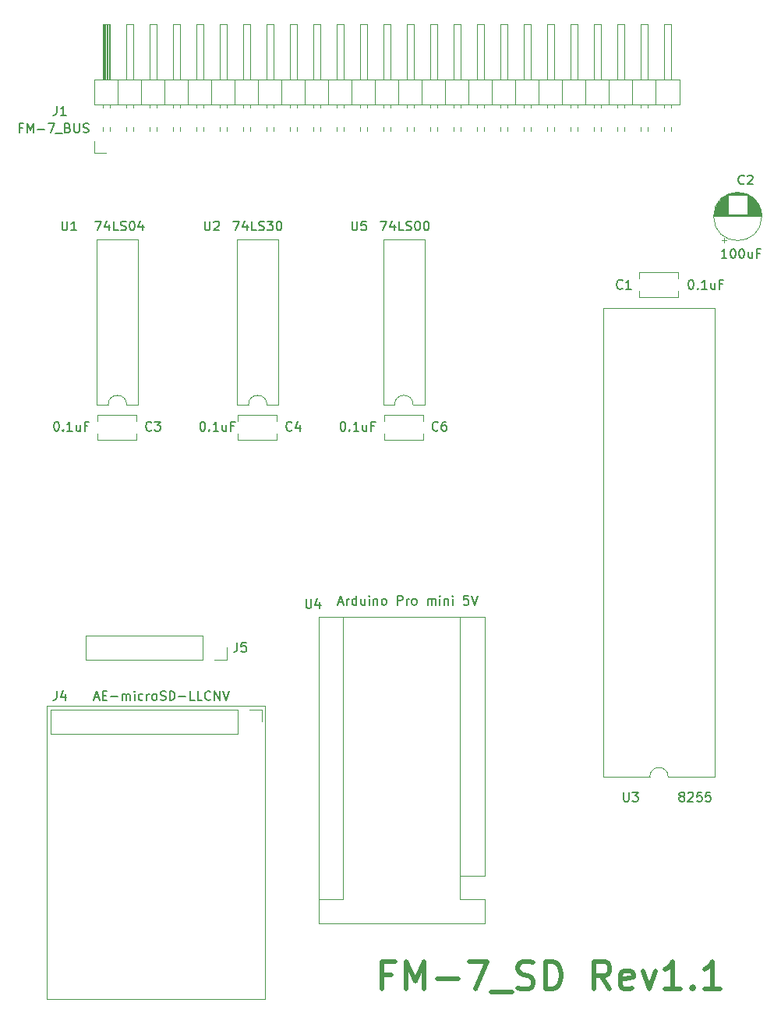
<source format=gto>
G04 #@! TF.GenerationSoftware,KiCad,Pcbnew,(5.1.9)-1*
G04 #@! TF.CreationDate,2023-01-17T23:10:39+09:00*
G04 #@! TF.ProjectId,FM-7_SD,464d2d37-5f53-4442-9e6b-696361645f70,rev?*
G04 #@! TF.SameCoordinates,PX53920b0PY93c3260*
G04 #@! TF.FileFunction,Legend,Top*
G04 #@! TF.FilePolarity,Positive*
%FSLAX46Y46*%
G04 Gerber Fmt 4.6, Leading zero omitted, Abs format (unit mm)*
G04 Created by KiCad (PCBNEW (5.1.9)-1) date 2023-01-17 23:10:39*
%MOMM*%
%LPD*%
G01*
G04 APERTURE LIST*
%ADD10C,0.500000*%
%ADD11C,0.150000*%
%ADD12C,0.120000*%
G04 APERTURE END LIST*
D10*
X50024285Y2754286D02*
X49024285Y2754286D01*
X49024285Y1182858D02*
X49024285Y4182858D01*
X50452857Y4182858D01*
X51595714Y1182858D02*
X51595714Y4182858D01*
X52595714Y2040000D01*
X53595714Y4182858D01*
X53595714Y1182858D01*
X55024285Y2325715D02*
X57310000Y2325715D01*
X58452857Y4182858D02*
X60452857Y4182858D01*
X59167142Y1182858D01*
X60881428Y897143D02*
X63167142Y897143D01*
X63738571Y1325715D02*
X64167142Y1182858D01*
X64881428Y1182858D01*
X65167142Y1325715D01*
X65310000Y1468572D01*
X65452857Y1754286D01*
X65452857Y2040000D01*
X65310000Y2325715D01*
X65167142Y2468572D01*
X64881428Y2611429D01*
X64310000Y2754286D01*
X64024285Y2897143D01*
X63881428Y3040000D01*
X63738571Y3325715D01*
X63738571Y3611429D01*
X63881428Y3897143D01*
X64024285Y4040000D01*
X64310000Y4182858D01*
X65024285Y4182858D01*
X65452857Y4040000D01*
X66738571Y1182858D02*
X66738571Y4182858D01*
X67452857Y4182858D01*
X67881428Y4040000D01*
X68167142Y3754286D01*
X68310000Y3468572D01*
X68452857Y2897143D01*
X68452857Y2468572D01*
X68310000Y1897143D01*
X68167142Y1611429D01*
X67881428Y1325715D01*
X67452857Y1182858D01*
X66738571Y1182858D01*
X73738571Y1182858D02*
X72738571Y2611429D01*
X72024285Y1182858D02*
X72024285Y4182858D01*
X73167142Y4182858D01*
X73452857Y4040000D01*
X73595714Y3897143D01*
X73738571Y3611429D01*
X73738571Y3182858D01*
X73595714Y2897143D01*
X73452857Y2754286D01*
X73167142Y2611429D01*
X72024285Y2611429D01*
X76167142Y1325715D02*
X75881428Y1182858D01*
X75310000Y1182858D01*
X75024285Y1325715D01*
X74881428Y1611429D01*
X74881428Y2754286D01*
X75024285Y3040000D01*
X75310000Y3182858D01*
X75881428Y3182858D01*
X76167142Y3040000D01*
X76310000Y2754286D01*
X76310000Y2468572D01*
X74881428Y2182858D01*
X77310000Y3182858D02*
X78024285Y1182858D01*
X78738571Y3182858D01*
X81452857Y1182858D02*
X79738571Y1182858D01*
X80595714Y1182858D02*
X80595714Y4182858D01*
X80310000Y3754286D01*
X80024285Y3468572D01*
X79738571Y3325715D01*
X82738571Y1468572D02*
X82881428Y1325715D01*
X82738571Y1182858D01*
X82595714Y1325715D01*
X82738571Y1468572D01*
X82738571Y1182858D01*
X85738571Y1182858D02*
X84024285Y1182858D01*
X84881428Y1182858D02*
X84881428Y4182858D01*
X84595714Y3754286D01*
X84310000Y3468572D01*
X84024285Y3325715D01*
D11*
X9930238Y94686429D02*
X9596904Y94686429D01*
X9596904Y94162620D02*
X9596904Y95162620D01*
X10073095Y95162620D01*
X10454047Y94162620D02*
X10454047Y95162620D01*
X10787380Y94448334D01*
X11120714Y95162620D01*
X11120714Y94162620D01*
X11596904Y94543572D02*
X12358809Y94543572D01*
X12739761Y95162620D02*
X13406428Y95162620D01*
X12977857Y94162620D01*
X13549285Y94067381D02*
X14311190Y94067381D01*
X14882619Y94686429D02*
X15025476Y94638810D01*
X15073095Y94591191D01*
X15120714Y94495953D01*
X15120714Y94353096D01*
X15073095Y94257858D01*
X15025476Y94210239D01*
X14930238Y94162620D01*
X14549285Y94162620D01*
X14549285Y95162620D01*
X14882619Y95162620D01*
X14977857Y95115000D01*
X15025476Y95067381D01*
X15073095Y94972143D01*
X15073095Y94876905D01*
X15025476Y94781667D01*
X14977857Y94734048D01*
X14882619Y94686429D01*
X14549285Y94686429D01*
X15549285Y95162620D02*
X15549285Y94353096D01*
X15596904Y94257858D01*
X15644523Y94210239D01*
X15739761Y94162620D01*
X15930238Y94162620D01*
X16025476Y94210239D01*
X16073095Y94257858D01*
X16120714Y94353096D01*
X16120714Y95162620D01*
X16549285Y94210239D02*
X16692142Y94162620D01*
X16930238Y94162620D01*
X17025476Y94210239D01*
X17073095Y94257858D01*
X17120714Y94353096D01*
X17120714Y94448334D01*
X17073095Y94543572D01*
X17025476Y94591191D01*
X16930238Y94638810D01*
X16739761Y94686429D01*
X16644523Y94734048D01*
X16596904Y94781667D01*
X16549285Y94876905D01*
X16549285Y94972143D01*
X16596904Y95067381D01*
X16644523Y95115000D01*
X16739761Y95162620D01*
X16977857Y95162620D01*
X17120714Y95115000D01*
X44280000Y43173334D02*
X44756190Y43173334D01*
X44184761Y42887620D02*
X44518095Y43887620D01*
X44851428Y42887620D01*
X45184761Y42887620D02*
X45184761Y43554286D01*
X45184761Y43363810D02*
X45232380Y43459048D01*
X45280000Y43506667D01*
X45375238Y43554286D01*
X45470476Y43554286D01*
X46232380Y42887620D02*
X46232380Y43887620D01*
X46232380Y42935239D02*
X46137142Y42887620D01*
X45946666Y42887620D01*
X45851428Y42935239D01*
X45803809Y42982858D01*
X45756190Y43078096D01*
X45756190Y43363810D01*
X45803809Y43459048D01*
X45851428Y43506667D01*
X45946666Y43554286D01*
X46137142Y43554286D01*
X46232380Y43506667D01*
X47137142Y43554286D02*
X47137142Y42887620D01*
X46708571Y43554286D02*
X46708571Y43030477D01*
X46756190Y42935239D01*
X46851428Y42887620D01*
X46994285Y42887620D01*
X47089523Y42935239D01*
X47137142Y42982858D01*
X47613333Y42887620D02*
X47613333Y43554286D01*
X47613333Y43887620D02*
X47565714Y43840000D01*
X47613333Y43792381D01*
X47660952Y43840000D01*
X47613333Y43887620D01*
X47613333Y43792381D01*
X48089523Y43554286D02*
X48089523Y42887620D01*
X48089523Y43459048D02*
X48137142Y43506667D01*
X48232380Y43554286D01*
X48375238Y43554286D01*
X48470476Y43506667D01*
X48518095Y43411429D01*
X48518095Y42887620D01*
X49137142Y42887620D02*
X49041904Y42935239D01*
X48994285Y42982858D01*
X48946666Y43078096D01*
X48946666Y43363810D01*
X48994285Y43459048D01*
X49041904Y43506667D01*
X49137142Y43554286D01*
X49280000Y43554286D01*
X49375238Y43506667D01*
X49422857Y43459048D01*
X49470476Y43363810D01*
X49470476Y43078096D01*
X49422857Y42982858D01*
X49375238Y42935239D01*
X49280000Y42887620D01*
X49137142Y42887620D01*
X50660952Y42887620D02*
X50660952Y43887620D01*
X51041904Y43887620D01*
X51137142Y43840000D01*
X51184761Y43792381D01*
X51232380Y43697143D01*
X51232380Y43554286D01*
X51184761Y43459048D01*
X51137142Y43411429D01*
X51041904Y43363810D01*
X50660952Y43363810D01*
X51660952Y42887620D02*
X51660952Y43554286D01*
X51660952Y43363810D02*
X51708571Y43459048D01*
X51756190Y43506667D01*
X51851428Y43554286D01*
X51946666Y43554286D01*
X52422857Y42887620D02*
X52327619Y42935239D01*
X52280000Y42982858D01*
X52232380Y43078096D01*
X52232380Y43363810D01*
X52280000Y43459048D01*
X52327619Y43506667D01*
X52422857Y43554286D01*
X52565714Y43554286D01*
X52660952Y43506667D01*
X52708571Y43459048D01*
X52756190Y43363810D01*
X52756190Y43078096D01*
X52708571Y42982858D01*
X52660952Y42935239D01*
X52565714Y42887620D01*
X52422857Y42887620D01*
X53946666Y42887620D02*
X53946666Y43554286D01*
X53946666Y43459048D02*
X53994285Y43506667D01*
X54089523Y43554286D01*
X54232380Y43554286D01*
X54327619Y43506667D01*
X54375238Y43411429D01*
X54375238Y42887620D01*
X54375238Y43411429D02*
X54422857Y43506667D01*
X54518095Y43554286D01*
X54660952Y43554286D01*
X54756190Y43506667D01*
X54803809Y43411429D01*
X54803809Y42887620D01*
X55280000Y42887620D02*
X55280000Y43554286D01*
X55280000Y43887620D02*
X55232380Y43840000D01*
X55280000Y43792381D01*
X55327619Y43840000D01*
X55280000Y43887620D01*
X55280000Y43792381D01*
X55756190Y43554286D02*
X55756190Y42887620D01*
X55756190Y43459048D02*
X55803809Y43506667D01*
X55899047Y43554286D01*
X56041904Y43554286D01*
X56137142Y43506667D01*
X56184761Y43411429D01*
X56184761Y42887620D01*
X56660952Y42887620D02*
X56660952Y43554286D01*
X56660952Y43887620D02*
X56613333Y43840000D01*
X56660952Y43792381D01*
X56708571Y43840000D01*
X56660952Y43887620D01*
X56660952Y43792381D01*
X58375238Y43887620D02*
X57899047Y43887620D01*
X57851428Y43411429D01*
X57899047Y43459048D01*
X57994285Y43506667D01*
X58232380Y43506667D01*
X58327619Y43459048D01*
X58375238Y43411429D01*
X58422857Y43316191D01*
X58422857Y43078096D01*
X58375238Y42982858D01*
X58327619Y42935239D01*
X58232380Y42887620D01*
X57994285Y42887620D01*
X57899047Y42935239D01*
X57851428Y42982858D01*
X58708571Y43887620D02*
X59041904Y42887620D01*
X59375238Y43887620D01*
X81476190Y22119048D02*
X81380952Y22166667D01*
X81333333Y22214286D01*
X81285714Y22309524D01*
X81285714Y22357143D01*
X81333333Y22452381D01*
X81380952Y22500000D01*
X81476190Y22547620D01*
X81666666Y22547620D01*
X81761904Y22500000D01*
X81809523Y22452381D01*
X81857142Y22357143D01*
X81857142Y22309524D01*
X81809523Y22214286D01*
X81761904Y22166667D01*
X81666666Y22119048D01*
X81476190Y22119048D01*
X81380952Y22071429D01*
X81333333Y22023810D01*
X81285714Y21928572D01*
X81285714Y21738096D01*
X81333333Y21642858D01*
X81380952Y21595239D01*
X81476190Y21547620D01*
X81666666Y21547620D01*
X81761904Y21595239D01*
X81809523Y21642858D01*
X81857142Y21738096D01*
X81857142Y21928572D01*
X81809523Y22023810D01*
X81761904Y22071429D01*
X81666666Y22119048D01*
X82238095Y22452381D02*
X82285714Y22500000D01*
X82380952Y22547620D01*
X82619047Y22547620D01*
X82714285Y22500000D01*
X82761904Y22452381D01*
X82809523Y22357143D01*
X82809523Y22261905D01*
X82761904Y22119048D01*
X82190476Y21547620D01*
X82809523Y21547620D01*
X83714285Y22547620D02*
X83238095Y22547620D01*
X83190476Y22071429D01*
X83238095Y22119048D01*
X83333333Y22166667D01*
X83571428Y22166667D01*
X83666666Y22119048D01*
X83714285Y22071429D01*
X83761904Y21976191D01*
X83761904Y21738096D01*
X83714285Y21642858D01*
X83666666Y21595239D01*
X83571428Y21547620D01*
X83333333Y21547620D01*
X83238095Y21595239D01*
X83190476Y21642858D01*
X84666666Y22547620D02*
X84190476Y22547620D01*
X84142857Y22071429D01*
X84190476Y22119048D01*
X84285714Y22166667D01*
X84523809Y22166667D01*
X84619047Y22119048D01*
X84666666Y22071429D01*
X84714285Y21976191D01*
X84714285Y21738096D01*
X84666666Y21642858D01*
X84619047Y21595239D01*
X84523809Y21547620D01*
X84285714Y21547620D01*
X84190476Y21595239D01*
X84142857Y21642858D01*
X86452380Y80547620D02*
X85880952Y80547620D01*
X86166666Y80547620D02*
X86166666Y81547620D01*
X86071428Y81404762D01*
X85976190Y81309524D01*
X85880952Y81261905D01*
X87071428Y81547620D02*
X87166666Y81547620D01*
X87261904Y81500000D01*
X87309523Y81452381D01*
X87357142Y81357143D01*
X87404761Y81166667D01*
X87404761Y80928572D01*
X87357142Y80738096D01*
X87309523Y80642858D01*
X87261904Y80595239D01*
X87166666Y80547620D01*
X87071428Y80547620D01*
X86976190Y80595239D01*
X86928571Y80642858D01*
X86880952Y80738096D01*
X86833333Y80928572D01*
X86833333Y81166667D01*
X86880952Y81357143D01*
X86928571Y81452381D01*
X86976190Y81500000D01*
X87071428Y81547620D01*
X88023809Y81547620D02*
X88119047Y81547620D01*
X88214285Y81500000D01*
X88261904Y81452381D01*
X88309523Y81357143D01*
X88357142Y81166667D01*
X88357142Y80928572D01*
X88309523Y80738096D01*
X88261904Y80642858D01*
X88214285Y80595239D01*
X88119047Y80547620D01*
X88023809Y80547620D01*
X87928571Y80595239D01*
X87880952Y80642858D01*
X87833333Y80738096D01*
X87785714Y80928572D01*
X87785714Y81166667D01*
X87833333Y81357143D01*
X87880952Y81452381D01*
X87928571Y81500000D01*
X88023809Y81547620D01*
X89214285Y81214286D02*
X89214285Y80547620D01*
X88785714Y81214286D02*
X88785714Y80690477D01*
X88833333Y80595239D01*
X88928571Y80547620D01*
X89071428Y80547620D01*
X89166666Y80595239D01*
X89214285Y80642858D01*
X90023809Y81071429D02*
X89690476Y81071429D01*
X89690476Y80547620D02*
X89690476Y81547620D01*
X90166666Y81547620D01*
X82522142Y78177620D02*
X82617380Y78177620D01*
X82712619Y78130000D01*
X82760238Y78082381D01*
X82807857Y77987143D01*
X82855476Y77796667D01*
X82855476Y77558572D01*
X82807857Y77368096D01*
X82760238Y77272858D01*
X82712619Y77225239D01*
X82617380Y77177620D01*
X82522142Y77177620D01*
X82426904Y77225239D01*
X82379285Y77272858D01*
X82331666Y77368096D01*
X82284047Y77558572D01*
X82284047Y77796667D01*
X82331666Y77987143D01*
X82379285Y78082381D01*
X82426904Y78130000D01*
X82522142Y78177620D01*
X83284047Y77272858D02*
X83331666Y77225239D01*
X83284047Y77177620D01*
X83236428Y77225239D01*
X83284047Y77272858D01*
X83284047Y77177620D01*
X84284047Y77177620D02*
X83712619Y77177620D01*
X83998333Y77177620D02*
X83998333Y78177620D01*
X83903095Y78034762D01*
X83807857Y77939524D01*
X83712619Y77891905D01*
X85141190Y77844286D02*
X85141190Y77177620D01*
X84712619Y77844286D02*
X84712619Y77320477D01*
X84760238Y77225239D01*
X84855476Y77177620D01*
X84998333Y77177620D01*
X85093571Y77225239D01*
X85141190Y77272858D01*
X85950714Y77701429D02*
X85617380Y77701429D01*
X85617380Y77177620D02*
X85617380Y78177620D01*
X86093571Y78177620D01*
X17857142Y84547620D02*
X18523809Y84547620D01*
X18095238Y83547620D01*
X19333333Y84214286D02*
X19333333Y83547620D01*
X19095238Y84595239D02*
X18857142Y83880953D01*
X19476190Y83880953D01*
X20333333Y83547620D02*
X19857142Y83547620D01*
X19857142Y84547620D01*
X20619047Y83595239D02*
X20761904Y83547620D01*
X21000000Y83547620D01*
X21095238Y83595239D01*
X21142857Y83642858D01*
X21190476Y83738096D01*
X21190476Y83833334D01*
X21142857Y83928572D01*
X21095238Y83976191D01*
X21000000Y84023810D01*
X20809523Y84071429D01*
X20714285Y84119048D01*
X20666666Y84166667D01*
X20619047Y84261905D01*
X20619047Y84357143D01*
X20666666Y84452381D01*
X20714285Y84500000D01*
X20809523Y84547620D01*
X21047619Y84547620D01*
X21190476Y84500000D01*
X21809523Y84547620D02*
X21904761Y84547620D01*
X22000000Y84500000D01*
X22047619Y84452381D01*
X22095238Y84357143D01*
X22142857Y84166667D01*
X22142857Y83928572D01*
X22095238Y83738096D01*
X22047619Y83642858D01*
X22000000Y83595239D01*
X21904761Y83547620D01*
X21809523Y83547620D01*
X21714285Y83595239D01*
X21666666Y83642858D01*
X21619047Y83738096D01*
X21571428Y83928572D01*
X21571428Y84166667D01*
X21619047Y84357143D01*
X21666666Y84452381D01*
X21714285Y84500000D01*
X21809523Y84547620D01*
X23000000Y84214286D02*
X23000000Y83547620D01*
X22761904Y84595239D02*
X22523809Y83880953D01*
X23142857Y83880953D01*
X13597142Y62777620D02*
X13692380Y62777620D01*
X13787619Y62730000D01*
X13835238Y62682381D01*
X13882857Y62587143D01*
X13930476Y62396667D01*
X13930476Y62158572D01*
X13882857Y61968096D01*
X13835238Y61872858D01*
X13787619Y61825239D01*
X13692380Y61777620D01*
X13597142Y61777620D01*
X13501904Y61825239D01*
X13454285Y61872858D01*
X13406666Y61968096D01*
X13359047Y62158572D01*
X13359047Y62396667D01*
X13406666Y62587143D01*
X13454285Y62682381D01*
X13501904Y62730000D01*
X13597142Y62777620D01*
X14359047Y61872858D02*
X14406666Y61825239D01*
X14359047Y61777620D01*
X14311428Y61825239D01*
X14359047Y61872858D01*
X14359047Y61777620D01*
X15359047Y61777620D02*
X14787619Y61777620D01*
X15073333Y61777620D02*
X15073333Y62777620D01*
X14978095Y62634762D01*
X14882857Y62539524D01*
X14787619Y62491905D01*
X16216190Y62444286D02*
X16216190Y61777620D01*
X15787619Y62444286D02*
X15787619Y61920477D01*
X15835238Y61825239D01*
X15930476Y61777620D01*
X16073333Y61777620D01*
X16168571Y61825239D01*
X16216190Y61872858D01*
X17025714Y62301429D02*
X16692380Y62301429D01*
X16692380Y61777620D02*
X16692380Y62777620D01*
X17168571Y62777620D01*
X32857142Y84547620D02*
X33523809Y84547620D01*
X33095238Y83547620D01*
X34333333Y84214286D02*
X34333333Y83547620D01*
X34095238Y84595239D02*
X33857142Y83880953D01*
X34476190Y83880953D01*
X35333333Y83547620D02*
X34857142Y83547620D01*
X34857142Y84547620D01*
X35619047Y83595239D02*
X35761904Y83547620D01*
X36000000Y83547620D01*
X36095238Y83595239D01*
X36142857Y83642858D01*
X36190476Y83738096D01*
X36190476Y83833334D01*
X36142857Y83928572D01*
X36095238Y83976191D01*
X36000000Y84023810D01*
X35809523Y84071429D01*
X35714285Y84119048D01*
X35666666Y84166667D01*
X35619047Y84261905D01*
X35619047Y84357143D01*
X35666666Y84452381D01*
X35714285Y84500000D01*
X35809523Y84547620D01*
X36047619Y84547620D01*
X36190476Y84500000D01*
X36523809Y84547620D02*
X37142857Y84547620D01*
X36809523Y84166667D01*
X36952380Y84166667D01*
X37047619Y84119048D01*
X37095238Y84071429D01*
X37142857Y83976191D01*
X37142857Y83738096D01*
X37095238Y83642858D01*
X37047619Y83595239D01*
X36952380Y83547620D01*
X36666666Y83547620D01*
X36571428Y83595239D01*
X36523809Y83642858D01*
X37761904Y84547620D02*
X37857142Y84547620D01*
X37952380Y84500000D01*
X38000000Y84452381D01*
X38047619Y84357143D01*
X38095238Y84166667D01*
X38095238Y83928572D01*
X38047619Y83738096D01*
X38000000Y83642858D01*
X37952380Y83595239D01*
X37857142Y83547620D01*
X37761904Y83547620D01*
X37666666Y83595239D01*
X37619047Y83642858D01*
X37571428Y83738096D01*
X37523809Y83928572D01*
X37523809Y84166667D01*
X37571428Y84357143D01*
X37619047Y84452381D01*
X37666666Y84500000D01*
X37761904Y84547620D01*
X29472142Y62777620D02*
X29567380Y62777620D01*
X29662619Y62730000D01*
X29710238Y62682381D01*
X29757857Y62587143D01*
X29805476Y62396667D01*
X29805476Y62158572D01*
X29757857Y61968096D01*
X29710238Y61872858D01*
X29662619Y61825239D01*
X29567380Y61777620D01*
X29472142Y61777620D01*
X29376904Y61825239D01*
X29329285Y61872858D01*
X29281666Y61968096D01*
X29234047Y62158572D01*
X29234047Y62396667D01*
X29281666Y62587143D01*
X29329285Y62682381D01*
X29376904Y62730000D01*
X29472142Y62777620D01*
X30234047Y61872858D02*
X30281666Y61825239D01*
X30234047Y61777620D01*
X30186428Y61825239D01*
X30234047Y61872858D01*
X30234047Y61777620D01*
X31234047Y61777620D02*
X30662619Y61777620D01*
X30948333Y61777620D02*
X30948333Y62777620D01*
X30853095Y62634762D01*
X30757857Y62539524D01*
X30662619Y62491905D01*
X32091190Y62444286D02*
X32091190Y61777620D01*
X31662619Y62444286D02*
X31662619Y61920477D01*
X31710238Y61825239D01*
X31805476Y61777620D01*
X31948333Y61777620D01*
X32043571Y61825239D01*
X32091190Y61872858D01*
X32900714Y62301429D02*
X32567380Y62301429D01*
X32567380Y61777620D02*
X32567380Y62777620D01*
X33043571Y62777620D01*
X48857142Y84547620D02*
X49523809Y84547620D01*
X49095238Y83547620D01*
X50333333Y84214286D02*
X50333333Y83547620D01*
X50095238Y84595239D02*
X49857142Y83880953D01*
X50476190Y83880953D01*
X51333333Y83547620D02*
X50857142Y83547620D01*
X50857142Y84547620D01*
X51619047Y83595239D02*
X51761904Y83547620D01*
X52000000Y83547620D01*
X52095238Y83595239D01*
X52142857Y83642858D01*
X52190476Y83738096D01*
X52190476Y83833334D01*
X52142857Y83928572D01*
X52095238Y83976191D01*
X52000000Y84023810D01*
X51809523Y84071429D01*
X51714285Y84119048D01*
X51666666Y84166667D01*
X51619047Y84261905D01*
X51619047Y84357143D01*
X51666666Y84452381D01*
X51714285Y84500000D01*
X51809523Y84547620D01*
X52047619Y84547620D01*
X52190476Y84500000D01*
X52809523Y84547620D02*
X52904761Y84547620D01*
X53000000Y84500000D01*
X53047619Y84452381D01*
X53095238Y84357143D01*
X53142857Y84166667D01*
X53142857Y83928572D01*
X53095238Y83738096D01*
X53047619Y83642858D01*
X53000000Y83595239D01*
X52904761Y83547620D01*
X52809523Y83547620D01*
X52714285Y83595239D01*
X52666666Y83642858D01*
X52619047Y83738096D01*
X52571428Y83928572D01*
X52571428Y84166667D01*
X52619047Y84357143D01*
X52666666Y84452381D01*
X52714285Y84500000D01*
X52809523Y84547620D01*
X53761904Y84547620D02*
X53857142Y84547620D01*
X53952380Y84500000D01*
X54000000Y84452381D01*
X54047619Y84357143D01*
X54095238Y84166667D01*
X54095238Y83928572D01*
X54047619Y83738096D01*
X54000000Y83642858D01*
X53952380Y83595239D01*
X53857142Y83547620D01*
X53761904Y83547620D01*
X53666666Y83595239D01*
X53619047Y83642858D01*
X53571428Y83738096D01*
X53523809Y83928572D01*
X53523809Y84166667D01*
X53571428Y84357143D01*
X53619047Y84452381D01*
X53666666Y84500000D01*
X53761904Y84547620D01*
X44712142Y62777620D02*
X44807380Y62777620D01*
X44902619Y62730000D01*
X44950238Y62682381D01*
X44997857Y62587143D01*
X45045476Y62396667D01*
X45045476Y62158572D01*
X44997857Y61968096D01*
X44950238Y61872858D01*
X44902619Y61825239D01*
X44807380Y61777620D01*
X44712142Y61777620D01*
X44616904Y61825239D01*
X44569285Y61872858D01*
X44521666Y61968096D01*
X44474047Y62158572D01*
X44474047Y62396667D01*
X44521666Y62587143D01*
X44569285Y62682381D01*
X44616904Y62730000D01*
X44712142Y62777620D01*
X45474047Y61872858D02*
X45521666Y61825239D01*
X45474047Y61777620D01*
X45426428Y61825239D01*
X45474047Y61872858D01*
X45474047Y61777620D01*
X46474047Y61777620D02*
X45902619Y61777620D01*
X46188333Y61777620D02*
X46188333Y62777620D01*
X46093095Y62634762D01*
X45997857Y62539524D01*
X45902619Y62491905D01*
X47331190Y62444286D02*
X47331190Y61777620D01*
X46902619Y62444286D02*
X46902619Y61920477D01*
X46950238Y61825239D01*
X47045476Y61777620D01*
X47188333Y61777620D01*
X47283571Y61825239D01*
X47331190Y61872858D01*
X48140714Y62301429D02*
X47807380Y62301429D01*
X47807380Y61777620D02*
X47807380Y62777620D01*
X48283571Y62777620D01*
D12*
X81185000Y76965000D02*
X81185000Y76260000D01*
X81185000Y79000000D02*
X81185000Y78295000D01*
X76945000Y76965000D02*
X76945000Y76260000D01*
X76945000Y79000000D02*
X76945000Y78295000D01*
X76945000Y76260000D02*
X81185000Y76260000D01*
X76945000Y79000000D02*
X81185000Y79000000D01*
X85905000Y82515225D02*
X86405000Y82515225D01*
X86155000Y82265225D02*
X86155000Y82765225D01*
X87346000Y87671000D02*
X87914000Y87671000D01*
X87112000Y87631000D02*
X88148000Y87631000D01*
X86953000Y87591000D02*
X88307000Y87591000D01*
X86825000Y87551000D02*
X88435000Y87551000D01*
X86715000Y87511000D02*
X88545000Y87511000D01*
X86619000Y87471000D02*
X88641000Y87471000D01*
X86532000Y87431000D02*
X88728000Y87431000D01*
X86452000Y87391000D02*
X88808000Y87391000D01*
X88670000Y87351000D02*
X88881000Y87351000D01*
X86379000Y87351000D02*
X86590000Y87351000D01*
X88670000Y87311000D02*
X88949000Y87311000D01*
X86311000Y87311000D02*
X86590000Y87311000D01*
X88670000Y87271000D02*
X89013000Y87271000D01*
X86247000Y87271000D02*
X86590000Y87271000D01*
X88670000Y87231000D02*
X89073000Y87231000D01*
X86187000Y87231000D02*
X86590000Y87231000D01*
X88670000Y87191000D02*
X89130000Y87191000D01*
X86130000Y87191000D02*
X86590000Y87191000D01*
X88670000Y87151000D02*
X89184000Y87151000D01*
X86076000Y87151000D02*
X86590000Y87151000D01*
X88670000Y87111000D02*
X89235000Y87111000D01*
X86025000Y87111000D02*
X86590000Y87111000D01*
X88670000Y87071000D02*
X89283000Y87071000D01*
X85977000Y87071000D02*
X86590000Y87071000D01*
X88670000Y87031000D02*
X89329000Y87031000D01*
X85931000Y87031000D02*
X86590000Y87031000D01*
X88670000Y86991000D02*
X89373000Y86991000D01*
X85887000Y86991000D02*
X86590000Y86991000D01*
X88670000Y86951000D02*
X89415000Y86951000D01*
X85845000Y86951000D02*
X86590000Y86951000D01*
X88670000Y86911000D02*
X89456000Y86911000D01*
X85804000Y86911000D02*
X86590000Y86911000D01*
X88670000Y86871000D02*
X89494000Y86871000D01*
X85766000Y86871000D02*
X86590000Y86871000D01*
X88670000Y86831000D02*
X89531000Y86831000D01*
X85729000Y86831000D02*
X86590000Y86831000D01*
X88670000Y86791000D02*
X89567000Y86791000D01*
X85693000Y86791000D02*
X86590000Y86791000D01*
X88670000Y86751000D02*
X89601000Y86751000D01*
X85659000Y86751000D02*
X86590000Y86751000D01*
X88670000Y86711000D02*
X89634000Y86711000D01*
X85626000Y86711000D02*
X86590000Y86711000D01*
X88670000Y86671000D02*
X89665000Y86671000D01*
X85595000Y86671000D02*
X86590000Y86671000D01*
X88670000Y86631000D02*
X89695000Y86631000D01*
X85565000Y86631000D02*
X86590000Y86631000D01*
X88670000Y86591000D02*
X89725000Y86591000D01*
X85535000Y86591000D02*
X86590000Y86591000D01*
X88670000Y86551000D02*
X89752000Y86551000D01*
X85508000Y86551000D02*
X86590000Y86551000D01*
X88670000Y86511000D02*
X89779000Y86511000D01*
X85481000Y86511000D02*
X86590000Y86511000D01*
X88670000Y86471000D02*
X89805000Y86471000D01*
X85455000Y86471000D02*
X86590000Y86471000D01*
X88670000Y86431000D02*
X89830000Y86431000D01*
X85430000Y86431000D02*
X86590000Y86431000D01*
X88670000Y86391000D02*
X89854000Y86391000D01*
X85406000Y86391000D02*
X86590000Y86391000D01*
X88670000Y86351000D02*
X89877000Y86351000D01*
X85383000Y86351000D02*
X86590000Y86351000D01*
X88670000Y86311000D02*
X89898000Y86311000D01*
X85362000Y86311000D02*
X86590000Y86311000D01*
X88670000Y86271000D02*
X89920000Y86271000D01*
X85340000Y86271000D02*
X86590000Y86271000D01*
X88670000Y86231000D02*
X89940000Y86231000D01*
X85320000Y86231000D02*
X86590000Y86231000D01*
X88670000Y86191000D02*
X89959000Y86191000D01*
X85301000Y86191000D02*
X86590000Y86191000D01*
X88670000Y86151000D02*
X89978000Y86151000D01*
X85282000Y86151000D02*
X86590000Y86151000D01*
X88670000Y86111000D02*
X89995000Y86111000D01*
X85265000Y86111000D02*
X86590000Y86111000D01*
X88670000Y86071000D02*
X90012000Y86071000D01*
X85248000Y86071000D02*
X86590000Y86071000D01*
X88670000Y86031000D02*
X90028000Y86031000D01*
X85232000Y86031000D02*
X86590000Y86031000D01*
X88670000Y85991000D02*
X90044000Y85991000D01*
X85216000Y85991000D02*
X86590000Y85991000D01*
X88670000Y85951000D02*
X90058000Y85951000D01*
X85202000Y85951000D02*
X86590000Y85951000D01*
X88670000Y85911000D02*
X90072000Y85911000D01*
X85188000Y85911000D02*
X86590000Y85911000D01*
X88670000Y85871000D02*
X90085000Y85871000D01*
X85175000Y85871000D02*
X86590000Y85871000D01*
X88670000Y85831000D02*
X90098000Y85831000D01*
X85162000Y85831000D02*
X86590000Y85831000D01*
X88670000Y85791000D02*
X90110000Y85791000D01*
X85150000Y85791000D02*
X86590000Y85791000D01*
X88670000Y85750000D02*
X90121000Y85750000D01*
X85139000Y85750000D02*
X86590000Y85750000D01*
X88670000Y85710000D02*
X90131000Y85710000D01*
X85129000Y85710000D02*
X86590000Y85710000D01*
X88670000Y85670000D02*
X90141000Y85670000D01*
X85119000Y85670000D02*
X86590000Y85670000D01*
X88670000Y85630000D02*
X90150000Y85630000D01*
X85110000Y85630000D02*
X86590000Y85630000D01*
X88670000Y85590000D02*
X90158000Y85590000D01*
X85102000Y85590000D02*
X86590000Y85590000D01*
X88670000Y85550000D02*
X90166000Y85550000D01*
X85094000Y85550000D02*
X86590000Y85550000D01*
X88670000Y85510000D02*
X90173000Y85510000D01*
X85087000Y85510000D02*
X86590000Y85510000D01*
X88670000Y85470000D02*
X90180000Y85470000D01*
X85080000Y85470000D02*
X86590000Y85470000D01*
X88670000Y85430000D02*
X90186000Y85430000D01*
X85074000Y85430000D02*
X86590000Y85430000D01*
X88670000Y85390000D02*
X90191000Y85390000D01*
X85069000Y85390000D02*
X86590000Y85390000D01*
X88670000Y85350000D02*
X90195000Y85350000D01*
X85065000Y85350000D02*
X86590000Y85350000D01*
X88670000Y85310000D02*
X90199000Y85310000D01*
X85061000Y85310000D02*
X86590000Y85310000D01*
X85057000Y85270000D02*
X90203000Y85270000D01*
X85054000Y85230000D02*
X90206000Y85230000D01*
X85052000Y85190000D02*
X90208000Y85190000D01*
X85051000Y85150000D02*
X90209000Y85150000D01*
X85050000Y85110000D02*
X90210000Y85110000D01*
X85050000Y85070000D02*
X90210000Y85070000D01*
X90250000Y85070000D02*
G75*
G03*
X90250000Y85070000I-2620000J0D01*
G01*
X18115000Y63535000D02*
X22355000Y63535000D01*
X18115000Y60795000D02*
X22355000Y60795000D01*
X18115000Y63535000D02*
X18115000Y62830000D01*
X18115000Y61500000D02*
X18115000Y60795000D01*
X22355000Y63535000D02*
X22355000Y62830000D01*
X22355000Y61500000D02*
X22355000Y60795000D01*
X37595000Y61500000D02*
X37595000Y60795000D01*
X37595000Y63535000D02*
X37595000Y62830000D01*
X33355000Y61500000D02*
X33355000Y60795000D01*
X33355000Y63535000D02*
X33355000Y62830000D01*
X33355000Y60795000D02*
X37595000Y60795000D01*
X33355000Y63535000D02*
X37595000Y63535000D01*
X53470000Y61500000D02*
X53470000Y60795000D01*
X53470000Y63535000D02*
X53470000Y62830000D01*
X49230000Y61500000D02*
X49230000Y60795000D01*
X49230000Y63535000D02*
X49230000Y62830000D01*
X49230000Y60795000D02*
X53470000Y60795000D01*
X49230000Y63535000D02*
X53470000Y63535000D01*
X36315000Y31901000D02*
X12615000Y31901000D01*
X36315000Y101000D02*
X36315000Y31901000D01*
X12615000Y101000D02*
X36315000Y101000D01*
X12615000Y31901000D02*
X12615000Y101000D01*
X35965000Y31531000D02*
X35965000Y30201000D01*
X34635000Y31531000D02*
X35965000Y31531000D01*
X33365000Y31531000D02*
X33365000Y28871000D01*
X33365000Y28871000D02*
X12985000Y28871000D01*
X33365000Y31531000D02*
X12985000Y31531000D01*
X12985000Y31531000D02*
X12985000Y28871000D01*
X32155000Y38260000D02*
X32155000Y36930000D01*
X32155000Y36930000D02*
X30825000Y36930000D01*
X29555000Y36930000D02*
X16795000Y36930000D01*
X16795000Y39590000D02*
X16795000Y36930000D01*
X29555000Y39590000D02*
X16795000Y39590000D01*
X29555000Y39590000D02*
X29555000Y36930000D01*
X18005000Y64645000D02*
X19255000Y64645000D01*
X18005000Y82545000D02*
X18005000Y64645000D01*
X22505000Y82545000D02*
X18005000Y82545000D01*
X22505000Y64645000D02*
X22505000Y82545000D01*
X21255000Y64645000D02*
X22505000Y64645000D01*
X19255000Y64645000D02*
G75*
G02*
X21255000Y64645000I1000000J0D01*
G01*
X36495000Y64645000D02*
X37745000Y64645000D01*
X37745000Y64645000D02*
X37745000Y82545000D01*
X37745000Y82545000D02*
X33245000Y82545000D01*
X33245000Y82545000D02*
X33245000Y64645000D01*
X33245000Y64645000D02*
X34495000Y64645000D01*
X34495000Y64645000D02*
G75*
G02*
X36495000Y64645000I1000000J0D01*
G01*
X73025000Y24230000D02*
X78085000Y24230000D01*
X73025000Y75150000D02*
X73025000Y24230000D01*
X85145000Y75150000D02*
X73025000Y75150000D01*
X85145000Y24230000D02*
X85145000Y75150000D01*
X80085000Y24230000D02*
X85145000Y24230000D01*
X78085000Y24230000D02*
G75*
G02*
X80085000Y24230000I1000000J0D01*
G01*
X42128000Y8288000D02*
X60162000Y8288000D01*
X42128000Y41562000D02*
X42128000Y8288000D01*
X57495000Y13495000D02*
X57495000Y41562000D01*
X57495000Y13495000D02*
X60162000Y13495000D01*
X60162000Y41562000D02*
X42125000Y41562000D01*
X44795000Y10955000D02*
X44795000Y41562000D01*
X44795000Y10955000D02*
X42125000Y10955000D01*
X60162000Y8288000D02*
X60162000Y10955000D01*
X60162000Y13495000D02*
X60162000Y41562000D01*
X57495000Y10955000D02*
X60162000Y10955000D01*
X57495000Y13495000D02*
X57495000Y10955000D01*
X52370000Y64645000D02*
X53620000Y64645000D01*
X53620000Y64645000D02*
X53620000Y82545000D01*
X53620000Y82545000D02*
X49120000Y82545000D01*
X49120000Y82545000D02*
X49120000Y64645000D01*
X49120000Y64645000D02*
X50370000Y64645000D01*
X50370000Y64645000D02*
G75*
G02*
X52370000Y64645000I1000000J0D01*
G01*
X17780000Y91995000D02*
X17780000Y93265000D01*
X19050000Y91995000D02*
X17780000Y91995000D01*
X80390000Y94307929D02*
X80390000Y94762071D01*
X79630000Y94307929D02*
X79630000Y94762071D01*
X80390000Y96847929D02*
X80390000Y97245000D01*
X79630000Y96847929D02*
X79630000Y97245000D01*
X80390000Y105905000D02*
X80390000Y99905000D01*
X79630000Y105905000D02*
X80390000Y105905000D01*
X79630000Y99905000D02*
X79630000Y105905000D01*
X78740000Y97245000D02*
X78740000Y99905000D01*
X77850000Y94307929D02*
X77850000Y94762071D01*
X77090000Y94307929D02*
X77090000Y94762071D01*
X77850000Y96847929D02*
X77850000Y97245000D01*
X77090000Y96847929D02*
X77090000Y97245000D01*
X77850000Y105905000D02*
X77850000Y99905000D01*
X77090000Y105905000D02*
X77850000Y105905000D01*
X77090000Y99905000D02*
X77090000Y105905000D01*
X76200000Y97245000D02*
X76200000Y99905000D01*
X75310000Y94307929D02*
X75310000Y94762071D01*
X74550000Y94307929D02*
X74550000Y94762071D01*
X75310000Y96847929D02*
X75310000Y97245000D01*
X74550000Y96847929D02*
X74550000Y97245000D01*
X75310000Y105905000D02*
X75310000Y99905000D01*
X74550000Y105905000D02*
X75310000Y105905000D01*
X74550000Y99905000D02*
X74550000Y105905000D01*
X73660000Y97245000D02*
X73660000Y99905000D01*
X72770000Y94307929D02*
X72770000Y94762071D01*
X72010000Y94307929D02*
X72010000Y94762071D01*
X72770000Y96847929D02*
X72770000Y97245000D01*
X72010000Y96847929D02*
X72010000Y97245000D01*
X72770000Y105905000D02*
X72770000Y99905000D01*
X72010000Y105905000D02*
X72770000Y105905000D01*
X72010000Y99905000D02*
X72010000Y105905000D01*
X71120000Y97245000D02*
X71120000Y99905000D01*
X70230000Y94307929D02*
X70230000Y94762071D01*
X69470000Y94307929D02*
X69470000Y94762071D01*
X70230000Y96847929D02*
X70230000Y97245000D01*
X69470000Y96847929D02*
X69470000Y97245000D01*
X70230000Y105905000D02*
X70230000Y99905000D01*
X69470000Y105905000D02*
X70230000Y105905000D01*
X69470000Y99905000D02*
X69470000Y105905000D01*
X68580000Y97245000D02*
X68580000Y99905000D01*
X67690000Y94307929D02*
X67690000Y94762071D01*
X66930000Y94307929D02*
X66930000Y94762071D01*
X67690000Y96847929D02*
X67690000Y97245000D01*
X66930000Y96847929D02*
X66930000Y97245000D01*
X67690000Y105905000D02*
X67690000Y99905000D01*
X66930000Y105905000D02*
X67690000Y105905000D01*
X66930000Y99905000D02*
X66930000Y105905000D01*
X66040000Y97245000D02*
X66040000Y99905000D01*
X65150000Y94307929D02*
X65150000Y94762071D01*
X64390000Y94307929D02*
X64390000Y94762071D01*
X65150000Y96847929D02*
X65150000Y97245000D01*
X64390000Y96847929D02*
X64390000Y97245000D01*
X65150000Y105905000D02*
X65150000Y99905000D01*
X64390000Y105905000D02*
X65150000Y105905000D01*
X64390000Y99905000D02*
X64390000Y105905000D01*
X63500000Y97245000D02*
X63500000Y99905000D01*
X62610000Y94307929D02*
X62610000Y94762071D01*
X61850000Y94307929D02*
X61850000Y94762071D01*
X62610000Y96847929D02*
X62610000Y97245000D01*
X61850000Y96847929D02*
X61850000Y97245000D01*
X62610000Y105905000D02*
X62610000Y99905000D01*
X61850000Y105905000D02*
X62610000Y105905000D01*
X61850000Y99905000D02*
X61850000Y105905000D01*
X60960000Y97245000D02*
X60960000Y99905000D01*
X60070000Y94307929D02*
X60070000Y94762071D01*
X59310000Y94307929D02*
X59310000Y94762071D01*
X60070000Y96847929D02*
X60070000Y97245000D01*
X59310000Y96847929D02*
X59310000Y97245000D01*
X60070000Y105905000D02*
X60070000Y99905000D01*
X59310000Y105905000D02*
X60070000Y105905000D01*
X59310000Y99905000D02*
X59310000Y105905000D01*
X58420000Y97245000D02*
X58420000Y99905000D01*
X57530000Y94307929D02*
X57530000Y94762071D01*
X56770000Y94307929D02*
X56770000Y94762071D01*
X57530000Y96847929D02*
X57530000Y97245000D01*
X56770000Y96847929D02*
X56770000Y97245000D01*
X57530000Y105905000D02*
X57530000Y99905000D01*
X56770000Y105905000D02*
X57530000Y105905000D01*
X56770000Y99905000D02*
X56770000Y105905000D01*
X55880000Y97245000D02*
X55880000Y99905000D01*
X54990000Y94307929D02*
X54990000Y94762071D01*
X54230000Y94307929D02*
X54230000Y94762071D01*
X54990000Y96847929D02*
X54990000Y97245000D01*
X54230000Y96847929D02*
X54230000Y97245000D01*
X54990000Y105905000D02*
X54990000Y99905000D01*
X54230000Y105905000D02*
X54990000Y105905000D01*
X54230000Y99905000D02*
X54230000Y105905000D01*
X53340000Y97245000D02*
X53340000Y99905000D01*
X52450000Y94307929D02*
X52450000Y94762071D01*
X51690000Y94307929D02*
X51690000Y94762071D01*
X52450000Y96847929D02*
X52450000Y97245000D01*
X51690000Y96847929D02*
X51690000Y97245000D01*
X52450000Y105905000D02*
X52450000Y99905000D01*
X51690000Y105905000D02*
X52450000Y105905000D01*
X51690000Y99905000D02*
X51690000Y105905000D01*
X50800000Y97245000D02*
X50800000Y99905000D01*
X49910000Y94307929D02*
X49910000Y94762071D01*
X49150000Y94307929D02*
X49150000Y94762071D01*
X49910000Y96847929D02*
X49910000Y97245000D01*
X49150000Y96847929D02*
X49150000Y97245000D01*
X49910000Y105905000D02*
X49910000Y99905000D01*
X49150000Y105905000D02*
X49910000Y105905000D01*
X49150000Y99905000D02*
X49150000Y105905000D01*
X48260000Y97245000D02*
X48260000Y99905000D01*
X47370000Y94307929D02*
X47370000Y94762071D01*
X46610000Y94307929D02*
X46610000Y94762071D01*
X47370000Y96847929D02*
X47370000Y97245000D01*
X46610000Y96847929D02*
X46610000Y97245000D01*
X47370000Y105905000D02*
X47370000Y99905000D01*
X46610000Y105905000D02*
X47370000Y105905000D01*
X46610000Y99905000D02*
X46610000Y105905000D01*
X45720000Y97245000D02*
X45720000Y99905000D01*
X44830000Y94307929D02*
X44830000Y94762071D01*
X44070000Y94307929D02*
X44070000Y94762071D01*
X44830000Y96847929D02*
X44830000Y97245000D01*
X44070000Y96847929D02*
X44070000Y97245000D01*
X44830000Y105905000D02*
X44830000Y99905000D01*
X44070000Y105905000D02*
X44830000Y105905000D01*
X44070000Y99905000D02*
X44070000Y105905000D01*
X43180000Y97245000D02*
X43180000Y99905000D01*
X42290000Y94307929D02*
X42290000Y94762071D01*
X41530000Y94307929D02*
X41530000Y94762071D01*
X42290000Y96847929D02*
X42290000Y97245000D01*
X41530000Y96847929D02*
X41530000Y97245000D01*
X42290000Y105905000D02*
X42290000Y99905000D01*
X41530000Y105905000D02*
X42290000Y105905000D01*
X41530000Y99905000D02*
X41530000Y105905000D01*
X40640000Y97245000D02*
X40640000Y99905000D01*
X39750000Y94307929D02*
X39750000Y94762071D01*
X38990000Y94307929D02*
X38990000Y94762071D01*
X39750000Y96847929D02*
X39750000Y97245000D01*
X38990000Y96847929D02*
X38990000Y97245000D01*
X39750000Y105905000D02*
X39750000Y99905000D01*
X38990000Y105905000D02*
X39750000Y105905000D01*
X38990000Y99905000D02*
X38990000Y105905000D01*
X38100000Y97245000D02*
X38100000Y99905000D01*
X37210000Y94307929D02*
X37210000Y94762071D01*
X36450000Y94307929D02*
X36450000Y94762071D01*
X37210000Y96847929D02*
X37210000Y97245000D01*
X36450000Y96847929D02*
X36450000Y97245000D01*
X37210000Y105905000D02*
X37210000Y99905000D01*
X36450000Y105905000D02*
X37210000Y105905000D01*
X36450000Y99905000D02*
X36450000Y105905000D01*
X35560000Y97245000D02*
X35560000Y99905000D01*
X34670000Y94307929D02*
X34670000Y94762071D01*
X33910000Y94307929D02*
X33910000Y94762071D01*
X34670000Y96847929D02*
X34670000Y97245000D01*
X33910000Y96847929D02*
X33910000Y97245000D01*
X34670000Y105905000D02*
X34670000Y99905000D01*
X33910000Y105905000D02*
X34670000Y105905000D01*
X33910000Y99905000D02*
X33910000Y105905000D01*
X33020000Y97245000D02*
X33020000Y99905000D01*
X32130000Y94307929D02*
X32130000Y94762071D01*
X31370000Y94307929D02*
X31370000Y94762071D01*
X32130000Y96847929D02*
X32130000Y97245000D01*
X31370000Y96847929D02*
X31370000Y97245000D01*
X32130000Y105905000D02*
X32130000Y99905000D01*
X31370000Y105905000D02*
X32130000Y105905000D01*
X31370000Y99905000D02*
X31370000Y105905000D01*
X30480000Y97245000D02*
X30480000Y99905000D01*
X29590000Y94307929D02*
X29590000Y94762071D01*
X28830000Y94307929D02*
X28830000Y94762071D01*
X29590000Y96847929D02*
X29590000Y97245000D01*
X28830000Y96847929D02*
X28830000Y97245000D01*
X29590000Y105905000D02*
X29590000Y99905000D01*
X28830000Y105905000D02*
X29590000Y105905000D01*
X28830000Y99905000D02*
X28830000Y105905000D01*
X27940000Y97245000D02*
X27940000Y99905000D01*
X27050000Y94307929D02*
X27050000Y94762071D01*
X26290000Y94307929D02*
X26290000Y94762071D01*
X27050000Y96847929D02*
X27050000Y97245000D01*
X26290000Y96847929D02*
X26290000Y97245000D01*
X27050000Y105905000D02*
X27050000Y99905000D01*
X26290000Y105905000D02*
X27050000Y105905000D01*
X26290000Y99905000D02*
X26290000Y105905000D01*
X25400000Y97245000D02*
X25400000Y99905000D01*
X24510000Y94307929D02*
X24510000Y94762071D01*
X23750000Y94307929D02*
X23750000Y94762071D01*
X24510000Y96847929D02*
X24510000Y97245000D01*
X23750000Y96847929D02*
X23750000Y97245000D01*
X24510000Y105905000D02*
X24510000Y99905000D01*
X23750000Y105905000D02*
X24510000Y105905000D01*
X23750000Y99905000D02*
X23750000Y105905000D01*
X22860000Y97245000D02*
X22860000Y99905000D01*
X21970000Y94307929D02*
X21970000Y94762071D01*
X21210000Y94307929D02*
X21210000Y94762071D01*
X21970000Y96847929D02*
X21970000Y97245000D01*
X21210000Y96847929D02*
X21210000Y97245000D01*
X21970000Y105905000D02*
X21970000Y99905000D01*
X21210000Y105905000D02*
X21970000Y105905000D01*
X21210000Y99905000D02*
X21210000Y105905000D01*
X20320000Y97245000D02*
X20320000Y99905000D01*
X19430000Y94375000D02*
X19430000Y94762071D01*
X18670000Y94375000D02*
X18670000Y94762071D01*
X19430000Y96847929D02*
X19430000Y97245000D01*
X18670000Y96847929D02*
X18670000Y97245000D01*
X19330000Y99905000D02*
X19330000Y105905000D01*
X19210000Y99905000D02*
X19210000Y105905000D01*
X19090000Y99905000D02*
X19090000Y105905000D01*
X18970000Y99905000D02*
X18970000Y105905000D01*
X18850000Y99905000D02*
X18850000Y105905000D01*
X18730000Y99905000D02*
X18730000Y105905000D01*
X19430000Y105905000D02*
X19430000Y99905000D01*
X18670000Y105905000D02*
X19430000Y105905000D01*
X18670000Y99905000D02*
X18670000Y105905000D01*
X17720000Y99905000D02*
X17720000Y97245000D01*
X81340000Y99905000D02*
X17720000Y99905000D01*
X81340000Y97245000D02*
X81340000Y99905000D01*
X17720000Y97245000D02*
X81340000Y97245000D01*
D11*
X75108333Y77272858D02*
X75060714Y77225239D01*
X74917857Y77177620D01*
X74822619Y77177620D01*
X74679761Y77225239D01*
X74584523Y77320477D01*
X74536904Y77415715D01*
X74489285Y77606191D01*
X74489285Y77749048D01*
X74536904Y77939524D01*
X74584523Y78034762D01*
X74679761Y78130000D01*
X74822619Y78177620D01*
X74917857Y78177620D01*
X75060714Y78130000D01*
X75108333Y78082381D01*
X76060714Y77177620D02*
X75489285Y77177620D01*
X75775000Y77177620D02*
X75775000Y78177620D01*
X75679761Y78034762D01*
X75584523Y77939524D01*
X75489285Y77891905D01*
X88333333Y88642858D02*
X88285714Y88595239D01*
X88142857Y88547620D01*
X88047619Y88547620D01*
X87904761Y88595239D01*
X87809523Y88690477D01*
X87761904Y88785715D01*
X87714285Y88976191D01*
X87714285Y89119048D01*
X87761904Y89309524D01*
X87809523Y89404762D01*
X87904761Y89500000D01*
X88047619Y89547620D01*
X88142857Y89547620D01*
X88285714Y89500000D01*
X88333333Y89452381D01*
X88714285Y89452381D02*
X88761904Y89500000D01*
X88857142Y89547620D01*
X89095238Y89547620D01*
X89190476Y89500000D01*
X89238095Y89452381D01*
X89285714Y89357143D01*
X89285714Y89261905D01*
X89238095Y89119048D01*
X88666666Y88547620D01*
X89285714Y88547620D01*
X23963333Y61872858D02*
X23915714Y61825239D01*
X23772857Y61777620D01*
X23677619Y61777620D01*
X23534761Y61825239D01*
X23439523Y61920477D01*
X23391904Y62015715D01*
X23344285Y62206191D01*
X23344285Y62349048D01*
X23391904Y62539524D01*
X23439523Y62634762D01*
X23534761Y62730000D01*
X23677619Y62777620D01*
X23772857Y62777620D01*
X23915714Y62730000D01*
X23963333Y62682381D01*
X24296666Y62777620D02*
X24915714Y62777620D01*
X24582380Y62396667D01*
X24725238Y62396667D01*
X24820476Y62349048D01*
X24868095Y62301429D01*
X24915714Y62206191D01*
X24915714Y61968096D01*
X24868095Y61872858D01*
X24820476Y61825239D01*
X24725238Y61777620D01*
X24439523Y61777620D01*
X24344285Y61825239D01*
X24296666Y61872858D01*
X39203333Y61872858D02*
X39155714Y61825239D01*
X39012857Y61777620D01*
X38917619Y61777620D01*
X38774761Y61825239D01*
X38679523Y61920477D01*
X38631904Y62015715D01*
X38584285Y62206191D01*
X38584285Y62349048D01*
X38631904Y62539524D01*
X38679523Y62634762D01*
X38774761Y62730000D01*
X38917619Y62777620D01*
X39012857Y62777620D01*
X39155714Y62730000D01*
X39203333Y62682381D01*
X40060476Y62444286D02*
X40060476Y61777620D01*
X39822380Y62825239D02*
X39584285Y62110953D01*
X40203333Y62110953D01*
X55078333Y61872858D02*
X55030714Y61825239D01*
X54887857Y61777620D01*
X54792619Y61777620D01*
X54649761Y61825239D01*
X54554523Y61920477D01*
X54506904Y62015715D01*
X54459285Y62206191D01*
X54459285Y62349048D01*
X54506904Y62539524D01*
X54554523Y62634762D01*
X54649761Y62730000D01*
X54792619Y62777620D01*
X54887857Y62777620D01*
X55030714Y62730000D01*
X55078333Y62682381D01*
X55935476Y62777620D02*
X55745000Y62777620D01*
X55649761Y62730000D01*
X55602142Y62682381D01*
X55506904Y62539524D01*
X55459285Y62349048D01*
X55459285Y61968096D01*
X55506904Y61872858D01*
X55554523Y61825239D01*
X55649761Y61777620D01*
X55840238Y61777620D01*
X55935476Y61825239D01*
X55983095Y61872858D01*
X56030714Y61968096D01*
X56030714Y62206191D01*
X55983095Y62301429D01*
X55935476Y62349048D01*
X55840238Y62396667D01*
X55649761Y62396667D01*
X55554523Y62349048D01*
X55506904Y62301429D01*
X55459285Y62206191D01*
X13666666Y33547620D02*
X13666666Y32833334D01*
X13619047Y32690477D01*
X13523809Y32595239D01*
X13380952Y32547620D01*
X13285714Y32547620D01*
X14571428Y33214286D02*
X14571428Y32547620D01*
X14333333Y33595239D02*
X14095238Y32880953D01*
X14714285Y32880953D01*
X17738095Y32833334D02*
X18214285Y32833334D01*
X17642857Y32547620D02*
X17976190Y33547620D01*
X18309523Y32547620D01*
X18642857Y33071429D02*
X18976190Y33071429D01*
X19119047Y32547620D02*
X18642857Y32547620D01*
X18642857Y33547620D01*
X19119047Y33547620D01*
X19547619Y32928572D02*
X20309523Y32928572D01*
X20785714Y32547620D02*
X20785714Y33214286D01*
X20785714Y33119048D02*
X20833333Y33166667D01*
X20928571Y33214286D01*
X21071428Y33214286D01*
X21166666Y33166667D01*
X21214285Y33071429D01*
X21214285Y32547620D01*
X21214285Y33071429D02*
X21261904Y33166667D01*
X21357142Y33214286D01*
X21500000Y33214286D01*
X21595238Y33166667D01*
X21642857Y33071429D01*
X21642857Y32547620D01*
X22119047Y32547620D02*
X22119047Y33214286D01*
X22119047Y33547620D02*
X22071428Y33500000D01*
X22119047Y33452381D01*
X22166666Y33500000D01*
X22119047Y33547620D01*
X22119047Y33452381D01*
X23023809Y32595239D02*
X22928571Y32547620D01*
X22738095Y32547620D01*
X22642857Y32595239D01*
X22595238Y32642858D01*
X22547619Y32738096D01*
X22547619Y33023810D01*
X22595238Y33119048D01*
X22642857Y33166667D01*
X22738095Y33214286D01*
X22928571Y33214286D01*
X23023809Y33166667D01*
X23452380Y32547620D02*
X23452380Y33214286D01*
X23452380Y33023810D02*
X23500000Y33119048D01*
X23547619Y33166667D01*
X23642857Y33214286D01*
X23738095Y33214286D01*
X24214285Y32547620D02*
X24119047Y32595239D01*
X24071428Y32642858D01*
X24023809Y32738096D01*
X24023809Y33023810D01*
X24071428Y33119048D01*
X24119047Y33166667D01*
X24214285Y33214286D01*
X24357142Y33214286D01*
X24452380Y33166667D01*
X24500000Y33119048D01*
X24547619Y33023810D01*
X24547619Y32738096D01*
X24500000Y32642858D01*
X24452380Y32595239D01*
X24357142Y32547620D01*
X24214285Y32547620D01*
X24928571Y32595239D02*
X25071428Y32547620D01*
X25309523Y32547620D01*
X25404761Y32595239D01*
X25452380Y32642858D01*
X25500000Y32738096D01*
X25500000Y32833334D01*
X25452380Y32928572D01*
X25404761Y32976191D01*
X25309523Y33023810D01*
X25119047Y33071429D01*
X25023809Y33119048D01*
X24976190Y33166667D01*
X24928571Y33261905D01*
X24928571Y33357143D01*
X24976190Y33452381D01*
X25023809Y33500000D01*
X25119047Y33547620D01*
X25357142Y33547620D01*
X25500000Y33500000D01*
X25928571Y32547620D02*
X25928571Y33547620D01*
X26166666Y33547620D01*
X26309523Y33500000D01*
X26404761Y33404762D01*
X26452380Y33309524D01*
X26500000Y33119048D01*
X26500000Y32976191D01*
X26452380Y32785715D01*
X26404761Y32690477D01*
X26309523Y32595239D01*
X26166666Y32547620D01*
X25928571Y32547620D01*
X26928571Y32928572D02*
X27690476Y32928572D01*
X28642857Y32547620D02*
X28166666Y32547620D01*
X28166666Y33547620D01*
X29452380Y32547620D02*
X28976190Y32547620D01*
X28976190Y33547620D01*
X30357142Y32642858D02*
X30309523Y32595239D01*
X30166666Y32547620D01*
X30071428Y32547620D01*
X29928571Y32595239D01*
X29833333Y32690477D01*
X29785714Y32785715D01*
X29738095Y32976191D01*
X29738095Y33119048D01*
X29785714Y33309524D01*
X29833333Y33404762D01*
X29928571Y33500000D01*
X30071428Y33547620D01*
X30166666Y33547620D01*
X30309523Y33500000D01*
X30357142Y33452381D01*
X30785714Y32547620D02*
X30785714Y33547620D01*
X31357142Y32547620D01*
X31357142Y33547620D01*
X31690476Y33547620D02*
X32023809Y32547620D01*
X32357142Y33547620D01*
X33261666Y38807620D02*
X33261666Y38093334D01*
X33214047Y37950477D01*
X33118809Y37855239D01*
X32975952Y37807620D01*
X32880714Y37807620D01*
X34214047Y38807620D02*
X33737857Y38807620D01*
X33690238Y38331429D01*
X33737857Y38379048D01*
X33833095Y38426667D01*
X34071190Y38426667D01*
X34166428Y38379048D01*
X34214047Y38331429D01*
X34261666Y38236191D01*
X34261666Y37998096D01*
X34214047Y37902858D01*
X34166428Y37855239D01*
X34071190Y37807620D01*
X33833095Y37807620D01*
X33737857Y37855239D01*
X33690238Y37902858D01*
X14238095Y84547620D02*
X14238095Y83738096D01*
X14285714Y83642858D01*
X14333333Y83595239D01*
X14428571Y83547620D01*
X14619047Y83547620D01*
X14714285Y83595239D01*
X14761904Y83642858D01*
X14809523Y83738096D01*
X14809523Y84547620D01*
X15809523Y83547620D02*
X15238095Y83547620D01*
X15523809Y83547620D02*
X15523809Y84547620D01*
X15428571Y84404762D01*
X15333333Y84309524D01*
X15238095Y84261905D01*
X29738095Y84547620D02*
X29738095Y83738096D01*
X29785714Y83642858D01*
X29833333Y83595239D01*
X29928571Y83547620D01*
X30119047Y83547620D01*
X30214285Y83595239D01*
X30261904Y83642858D01*
X30309523Y83738096D01*
X30309523Y84547620D01*
X30738095Y84452381D02*
X30785714Y84500000D01*
X30880952Y84547620D01*
X31119047Y84547620D01*
X31214285Y84500000D01*
X31261904Y84452381D01*
X31309523Y84357143D01*
X31309523Y84261905D01*
X31261904Y84119048D01*
X30690476Y83547620D01*
X31309523Y83547620D01*
X75238095Y22547620D02*
X75238095Y21738096D01*
X75285714Y21642858D01*
X75333333Y21595239D01*
X75428571Y21547620D01*
X75619047Y21547620D01*
X75714285Y21595239D01*
X75761904Y21642858D01*
X75809523Y21738096D01*
X75809523Y22547620D01*
X76190476Y22547620D02*
X76809523Y22547620D01*
X76476190Y22166667D01*
X76619047Y22166667D01*
X76714285Y22119048D01*
X76761904Y22071429D01*
X76809523Y21976191D01*
X76809523Y21738096D01*
X76761904Y21642858D01*
X76714285Y21595239D01*
X76619047Y21547620D01*
X76333333Y21547620D01*
X76238095Y21595239D01*
X76190476Y21642858D01*
X40738095Y43547620D02*
X40738095Y42738096D01*
X40785714Y42642858D01*
X40833333Y42595239D01*
X40928571Y42547620D01*
X41119047Y42547620D01*
X41214285Y42595239D01*
X41261904Y42642858D01*
X41309523Y42738096D01*
X41309523Y43547620D01*
X42214285Y43214286D02*
X42214285Y42547620D01*
X41976190Y43595239D02*
X41738095Y42880953D01*
X42357142Y42880953D01*
X45738095Y84547620D02*
X45738095Y83738096D01*
X45785714Y83642858D01*
X45833333Y83595239D01*
X45928571Y83547620D01*
X46119047Y83547620D01*
X46214285Y83595239D01*
X46261904Y83642858D01*
X46309523Y83738096D01*
X46309523Y84547620D01*
X47261904Y84547620D02*
X46785714Y84547620D01*
X46738095Y84071429D01*
X46785714Y84119048D01*
X46880952Y84166667D01*
X47119047Y84166667D01*
X47214285Y84119048D01*
X47261904Y84071429D01*
X47309523Y83976191D01*
X47309523Y83738096D01*
X47261904Y83642858D01*
X47214285Y83595239D01*
X47119047Y83547620D01*
X46880952Y83547620D01*
X46785714Y83595239D01*
X46738095Y83642858D01*
X13666666Y97047620D02*
X13666666Y96333334D01*
X13619047Y96190477D01*
X13523809Y96095239D01*
X13380952Y96047620D01*
X13285714Y96047620D01*
X14666666Y96047620D02*
X14095238Y96047620D01*
X14380952Y96047620D02*
X14380952Y97047620D01*
X14285714Y96904762D01*
X14190476Y96809524D01*
X14095238Y96761905D01*
M02*

</source>
